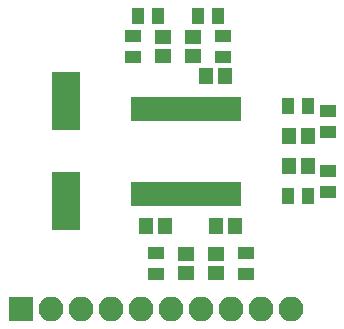
<source format=gts>
G04 #@! TF.GenerationSoftware,KiCad,Pcbnew,(2018-02-15 revision 29b28de31)-makepkg*
G04 #@! TF.CreationDate,2019-02-03T15:17:45+10:30*
G04 #@! TF.ProjectId,CS5464_Breakout,4353353436345F427265616B6F75742E,rev?*
G04 #@! TF.SameCoordinates,Original*
G04 #@! TF.FileFunction,Soldermask,Top*
G04 #@! TF.FilePolarity,Negative*
%FSLAX46Y46*%
G04 Gerber Fmt 4.6, Leading zero omitted, Abs format (unit mm)*
G04 Created by KiCad (PCBNEW (2018-02-15 revision 29b28de31)-makepkg) date 02/03/19 15:17:45*
%MOMM*%
%LPD*%
G01*
G04 APERTURE LIST*
%ADD10R,2.400000X4.900000*%
%ADD11R,1.400000X1.220000*%
%ADD12R,1.220000X1.400000*%
%ADD13R,2.100000X2.100000*%
%ADD14O,2.100000X2.100000*%
%ADD15R,0.850000X2.150000*%
%ADD16R,1.400000X1.070000*%
%ADD17R,1.070000X1.400000*%
G04 APERTURE END LIST*
D10*
X120650000Y-89095000D03*
X120650000Y-97595000D03*
D11*
X133350000Y-102070000D03*
X133350000Y-103670000D03*
X128905000Y-85255000D03*
X128905000Y-83655000D03*
X131445000Y-85255000D03*
X131445000Y-83655000D03*
D12*
X139535000Y-94615000D03*
X141135000Y-94615000D03*
X139535000Y-92075000D03*
X141135000Y-92075000D03*
X129070000Y-99695000D03*
X127470000Y-99695000D03*
X134950000Y-99695000D03*
X133350000Y-99695000D03*
X134150000Y-86995000D03*
X132550000Y-86995000D03*
D11*
X130810000Y-102070000D03*
X130810000Y-103670000D03*
D13*
X116840000Y-106680000D03*
D14*
X119380000Y-106680000D03*
X121920000Y-106680000D03*
X124460000Y-106680000D03*
X127000000Y-106680000D03*
X129540000Y-106680000D03*
X132080000Y-106680000D03*
X134620000Y-106680000D03*
X137160000Y-106680000D03*
X139700000Y-106680000D03*
D15*
X126585000Y-96945000D03*
X127235000Y-96945000D03*
X127885000Y-96945000D03*
X128535000Y-96945000D03*
X129185000Y-96945000D03*
X129835000Y-96945000D03*
X130485000Y-96945000D03*
X131135000Y-96945000D03*
X131785000Y-96945000D03*
X132435000Y-96945000D03*
X133085000Y-96945000D03*
X133735000Y-96945000D03*
X134385000Y-96945000D03*
X135035000Y-96945000D03*
X135035000Y-89745000D03*
X134385000Y-89745000D03*
X133735000Y-89745000D03*
X133085000Y-89745000D03*
X132435000Y-89745000D03*
X131785000Y-89745000D03*
X131135000Y-89745000D03*
X130485000Y-89745000D03*
X129835000Y-89745000D03*
X129185000Y-89745000D03*
X128535000Y-89745000D03*
X127885000Y-89745000D03*
X127235000Y-89745000D03*
X126585000Y-89745000D03*
D16*
X142875000Y-96760000D03*
X142875000Y-95010000D03*
X142875000Y-89930000D03*
X142875000Y-91680000D03*
D17*
X126760000Y-81915000D03*
X128510000Y-81915000D03*
X133590000Y-81915000D03*
X131840000Y-81915000D03*
D16*
X128270000Y-103745000D03*
X128270000Y-101995000D03*
X135890000Y-101995000D03*
X135890000Y-103745000D03*
X126365000Y-83580000D03*
X126365000Y-85330000D03*
X133985000Y-85330000D03*
X133985000Y-83580000D03*
D17*
X141210000Y-97155000D03*
X139460000Y-97155000D03*
X139460000Y-89535000D03*
X141210000Y-89535000D03*
M02*

</source>
